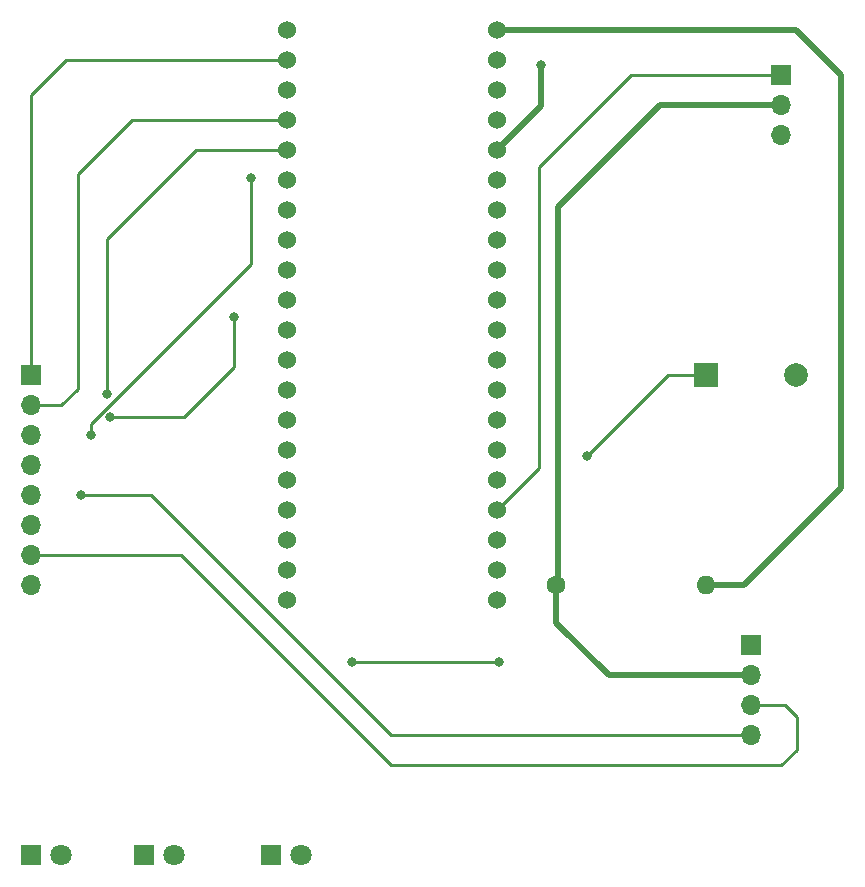
<source format=gbr>
%TF.GenerationSoftware,KiCad,Pcbnew,(6.0.9)*%
%TF.CreationDate,2022-11-16T12:37:32-05:00*%
%TF.ProjectId,Project.1,50726f6a-6563-4742-9e31-2e6b69636164,rev?*%
%TF.SameCoordinates,Original*%
%TF.FileFunction,Copper,L2,Bot*%
%TF.FilePolarity,Positive*%
%FSLAX46Y46*%
G04 Gerber Fmt 4.6, Leading zero omitted, Abs format (unit mm)*
G04 Created by KiCad (PCBNEW (6.0.9)) date 2022-11-16 12:37:32*
%MOMM*%
%LPD*%
G01*
G04 APERTURE LIST*
%TA.AperFunction,ComponentPad*%
%ADD10C,1.600000*%
%TD*%
%TA.AperFunction,ComponentPad*%
%ADD11O,1.600000X1.600000*%
%TD*%
%TA.AperFunction,ComponentPad*%
%ADD12R,1.700000X1.700000*%
%TD*%
%TA.AperFunction,ComponentPad*%
%ADD13O,1.700000X1.700000*%
%TD*%
%TA.AperFunction,ComponentPad*%
%ADD14R,2.000000X2.000000*%
%TD*%
%TA.AperFunction,ComponentPad*%
%ADD15C,2.000000*%
%TD*%
%TA.AperFunction,ComponentPad*%
%ADD16R,1.800000X1.800000*%
%TD*%
%TA.AperFunction,ComponentPad*%
%ADD17C,1.800000*%
%TD*%
%TA.AperFunction,ComponentPad*%
%ADD18C,1.524000*%
%TD*%
%TA.AperFunction,ViaPad*%
%ADD19C,0.800000*%
%TD*%
%TA.AperFunction,Conductor*%
%ADD20C,0.250000*%
%TD*%
%TA.AperFunction,Conductor*%
%ADD21C,0.500000*%
%TD*%
G04 APERTURE END LIST*
D10*
%TO.P,R1,1*%
%TO.N,VCC*%
X143510000Y-93980000D03*
D11*
%TO.P,R1,2*%
%TO.N,Net-(R1-Pad2)*%
X156210000Y-93980000D03*
%TD*%
D12*
%TO.P,J1,1,SDA*%
%TO.N,SDA*%
X99060000Y-76200000D03*
D13*
%TO.P,J1,2,SCK*%
%TO.N,SCLK*%
X99060000Y-78740000D03*
%TO.P,J1,3,MOSI*%
%TO.N,MOSI*%
X99060000Y-81280000D03*
%TO.P,J1,4,MISO*%
%TO.N,MISO*%
X99060000Y-83820000D03*
%TO.P,J1,5,IRQ*%
%TO.N,unconnected-(J1-Pad5)*%
X99060000Y-86360000D03*
%TO.P,J1,6,GND*%
%TO.N,GND*%
X99060000Y-88900000D03*
%TO.P,J1,7,RST*%
%TO.N,RST*%
X99060000Y-91440000D03*
%TO.P,J1,8,3.3V*%
%TO.N,3.3*%
X99060000Y-93980000D03*
%TD*%
D12*
%TO.P,J3,1,Pin_1*%
%TO.N,PWM*%
X162560000Y-50800000D03*
D13*
%TO.P,J3,2,Pin_2*%
%TO.N,VCC*%
X162560000Y-53340000D03*
%TO.P,J3,3,Pin_3*%
%TO.N,GND*%
X162560000Y-55880000D03*
%TD*%
D12*
%TO.P,J2,1,GND*%
%TO.N,GND*%
X160020000Y-99060000D03*
D13*
%TO.P,J2,2,VCC*%
%TO.N,VCC*%
X160020000Y-101600000D03*
%TO.P,J2,3,SDA*%
%TO.N,RST*%
X160020000Y-104140000D03*
%TO.P,J2,4,SCL*%
%TO.N,SDA*%
X160020000Y-106680000D03*
%TD*%
D14*
%TO.P,BZ1,1,-*%
%TO.N,Buzz*%
X156220000Y-76200000D03*
D15*
%TO.P,BZ1,2,+*%
%TO.N,GND*%
X163820000Y-76200000D03*
%TD*%
D16*
%TO.P,D2,1,K*%
%TO.N,GND*%
X108600000Y-116840000D03*
D17*
%TO.P,D2,2,A*%
%TO.N,LED2*%
X111140000Y-116840000D03*
%TD*%
D18*
%TO.P,U1,1,GPIO0*%
%TO.N,RST*%
X120680000Y-46990000D03*
%TO.P,U1,2,GPIO1*%
%TO.N,SDA*%
X120680000Y-49530000D03*
%TO.P,U1,3,GND*%
%TO.N,GND*%
X120680000Y-52070000D03*
%TO.P,U1,4,GPIO2*%
%TO.N,SCLK*%
X120690000Y-54610000D03*
%TO.P,U1,5,GPIO3*%
%TO.N,MOSI*%
X120680000Y-57150000D03*
%TO.P,U1,6,GPIO4*%
%TO.N,MISO*%
X120680000Y-59690000D03*
%TO.P,U1,7,GPIO5*%
%TO.N,unconnected-(U1-Pad7)*%
X120680000Y-62230000D03*
%TO.P,U1,8,GND*%
%TO.N,unconnected-(U1-Pad8)*%
X120680000Y-64770000D03*
%TO.P,U1,9,GPIO6*%
%TO.N,unconnected-(U1-Pad9)*%
X120680000Y-67310000D03*
%TO.P,U1,10,GPIO7*%
%TO.N,unconnected-(U1-Pad10)*%
X120680000Y-69850000D03*
%TO.P,U1,11,GPIO8*%
%TO.N,LED1*%
X120680000Y-72390000D03*
%TO.P,U1,12,GPIO9*%
%TO.N,LED2*%
X120680000Y-74930000D03*
%TO.P,U1,13,GND*%
%TO.N,unconnected-(U1-Pad13)*%
X120680000Y-77470000D03*
%TO.P,U1,14,GPIO10*%
%TO.N,LED3*%
X120680000Y-80010000D03*
%TO.P,U1,15,GPIO11*%
%TO.N,unconnected-(U1-Pad15)*%
X120680000Y-82550000D03*
%TO.P,U1,16,GPIO12*%
%TO.N,unconnected-(U1-Pad16)*%
X120680000Y-85090000D03*
%TO.P,U1,17,GPIO13*%
%TO.N,unconnected-(U1-Pad17)*%
X120680000Y-87630000D03*
%TO.P,U1,18,GND*%
%TO.N,GND*%
X120680000Y-90170000D03*
%TO.P,U1,19,GPIO14*%
%TO.N,unconnected-(U1-Pad19)*%
X120680000Y-92710000D03*
%TO.P,U1,20,GPIO15*%
%TO.N,Buzz*%
X120680000Y-95250000D03*
%TO.P,U1,21,GPIO16*%
%TO.N,unconnected-(U1-Pad21)*%
X138460000Y-95250000D03*
%TO.P,U1,22,GPIO17*%
%TO.N,unconnected-(U1-Pad22)*%
X138460000Y-92710000D03*
%TO.P,U1,23,GND*%
%TO.N,unconnected-(U1-Pad23)*%
X138460000Y-90170000D03*
%TO.P,U1,24,GPIO18*%
%TO.N,PWM*%
X138460000Y-87630000D03*
%TO.P,U1,25,GPIO19*%
%TO.N,unconnected-(U1-Pad25)*%
X138460000Y-85090000D03*
%TO.P,U1,26,GPIO20*%
%TO.N,unconnected-(U1-Pad26)*%
X138460000Y-82550000D03*
%TO.P,U1,27,GPIO21*%
%TO.N,unconnected-(U1-Pad27)*%
X138460000Y-80010000D03*
%TO.P,U1,28,GND*%
%TO.N,GND*%
X138460000Y-77470000D03*
%TO.P,U1,29,GPIO22*%
%TO.N,unconnected-(U1-Pad29)*%
X138460000Y-74930000D03*
%TO.P,U1,30,RUN*%
%TO.N,unconnected-(U1-Pad30)*%
X138460000Y-72390000D03*
%TO.P,U1,31,GPIO26_ADC0*%
%TO.N,unconnected-(U1-Pad31)*%
X138460000Y-69850000D03*
%TO.P,U1,32,GPIO27_ADC1*%
%TO.N,unconnected-(U1-Pad32)*%
X138460000Y-67310000D03*
%TO.P,U1,33,AGND*%
%TO.N,unconnected-(U1-Pad33)*%
X138460000Y-64770000D03*
%TO.P,U1,34,GPIO28_ADC2*%
%TO.N,unconnected-(U1-Pad34)*%
X138460000Y-62230000D03*
%TO.P,U1,35,ADC_VREF*%
%TO.N,unconnected-(U1-Pad35)*%
X138460000Y-59690000D03*
%TO.P,U1,36,3V3*%
%TO.N,3.3*%
X138460000Y-57150000D03*
%TO.P,U1,37,3V3_EN*%
%TO.N,unconnected-(U1-Pad37)*%
X138460000Y-54610000D03*
%TO.P,U1,38,GND*%
%TO.N,GND*%
X138460000Y-52070000D03*
%TO.P,U1,39,VSYS*%
%TO.N,unconnected-(U1-Pad39)*%
X138460000Y-49530000D03*
%TO.P,U1,40,VBUS*%
%TO.N,Net-(R1-Pad2)*%
X138460000Y-46990000D03*
%TD*%
D16*
%TO.P,D1,1,K*%
%TO.N,GND*%
X99060000Y-116840000D03*
D17*
%TO.P,D1,2,A*%
%TO.N,LED1*%
X101600000Y-116840000D03*
%TD*%
D16*
%TO.P,D3,1,K*%
%TO.N,GND*%
X119380000Y-116840000D03*
D17*
%TO.P,D3,2,A*%
%TO.N,LED3*%
X121920000Y-116840000D03*
%TD*%
D19*
%TO.N,Buzz*%
X126250000Y-100500000D03*
X138650000Y-100500000D03*
X146125000Y-83075000D03*
%TO.N,SDA*%
X103261701Y-86360000D03*
%TO.N,MOSI*%
X105500000Y-77750000D03*
%TO.N,MISO*%
X105750000Y-79750000D03*
X116250000Y-71250000D03*
%TO.N,RST*%
X117700000Y-59500000D03*
X104140000Y-81280000D03*
%TO.N,3.3*%
X142200000Y-49900000D03*
%TD*%
D20*
%TO.N,Buzz*%
X146125000Y-83075000D02*
X153000000Y-76200000D01*
X153000000Y-76200000D02*
X156220000Y-76200000D01*
X126250000Y-100500000D02*
X138650000Y-100500000D01*
%TO.N,SDA*%
X109221802Y-86360000D02*
X129540000Y-106678198D01*
X99060000Y-52440000D02*
X99060000Y-76200000D01*
X101970000Y-49530000D02*
X99060000Y-52440000D01*
X120680000Y-49530000D02*
X101970000Y-49530000D01*
X103261701Y-86360000D02*
X109221802Y-86360000D01*
X129540000Y-106678198D02*
X160020000Y-106678198D01*
%TO.N,SCLK*%
X107590000Y-54610000D02*
X103000000Y-59200000D01*
X120690000Y-54610000D02*
X107590000Y-54610000D01*
X101600000Y-78740000D02*
X99060000Y-78740000D01*
X103000000Y-59200000D02*
X103000000Y-77340000D01*
X103000000Y-77340000D02*
X101600000Y-78740000D01*
%TO.N,MOSI*%
X113000000Y-57150000D02*
X105500000Y-64650000D01*
X120680000Y-57150000D02*
X113000000Y-57150000D01*
X105500000Y-64650000D02*
X105500000Y-77750000D01*
%TO.N,MISO*%
X112000000Y-79750000D02*
X116250000Y-75500000D01*
X105750000Y-79750000D02*
X112000000Y-79750000D01*
X116250000Y-75500000D02*
X116250000Y-71250000D01*
%TO.N,RST*%
X104140000Y-81280000D02*
X104140000Y-80440000D01*
X111760000Y-91438198D02*
X111760000Y-91440000D01*
X163870000Y-105100000D02*
X162910000Y-104140000D01*
X129540000Y-109220000D02*
X162560000Y-109220000D01*
X111760000Y-91440000D02*
X129540000Y-109220000D01*
X162560000Y-109220000D02*
X163870000Y-107910000D01*
X99060000Y-91438198D02*
X111760000Y-91438198D01*
X104140000Y-80440000D02*
X104140000Y-80340000D01*
X104140000Y-80334695D02*
X117700000Y-66774695D01*
X104140000Y-80440000D02*
X104140000Y-80334695D01*
X163870000Y-107910000D02*
X163870000Y-105100000D01*
X162910000Y-104140000D02*
X160020000Y-104140000D01*
X117700000Y-66774695D02*
X117700000Y-59500000D01*
D21*
%TO.N,3.3*%
X142200000Y-53410000D02*
X138460000Y-57150000D01*
X142200000Y-49900000D02*
X142200000Y-53410000D01*
%TO.N,VCC*%
X160020000Y-101598198D02*
X147954099Y-101598198D01*
X143510000Y-97154099D02*
X143510000Y-93978198D01*
X143650000Y-93840000D02*
X143510000Y-93980000D01*
X143650000Y-61950000D02*
X143650000Y-93840000D01*
X152261802Y-53338198D02*
X143650000Y-61950000D01*
X147954099Y-101598198D02*
X143510000Y-97154099D01*
X162560000Y-53338198D02*
X152261802Y-53338198D01*
D20*
%TO.N,PWM*%
X162560000Y-50798198D02*
X149860901Y-50798198D01*
X142058802Y-58600297D02*
X142058802Y-84029396D01*
X149860901Y-50798198D02*
X142058802Y-58600297D01*
X142058802Y-84029396D02*
X138460000Y-87628198D01*
D21*
%TO.N,Net-(R1-Pad2)*%
X167640000Y-50800000D02*
X167640000Y-85724099D01*
X167640000Y-85724099D02*
X159385901Y-93978198D01*
X159385901Y-93978198D02*
X156210000Y-93978198D01*
X138460000Y-46988198D02*
X163828198Y-46988198D01*
X163828198Y-46988198D02*
X167640000Y-50800000D01*
%TD*%
M02*

</source>
